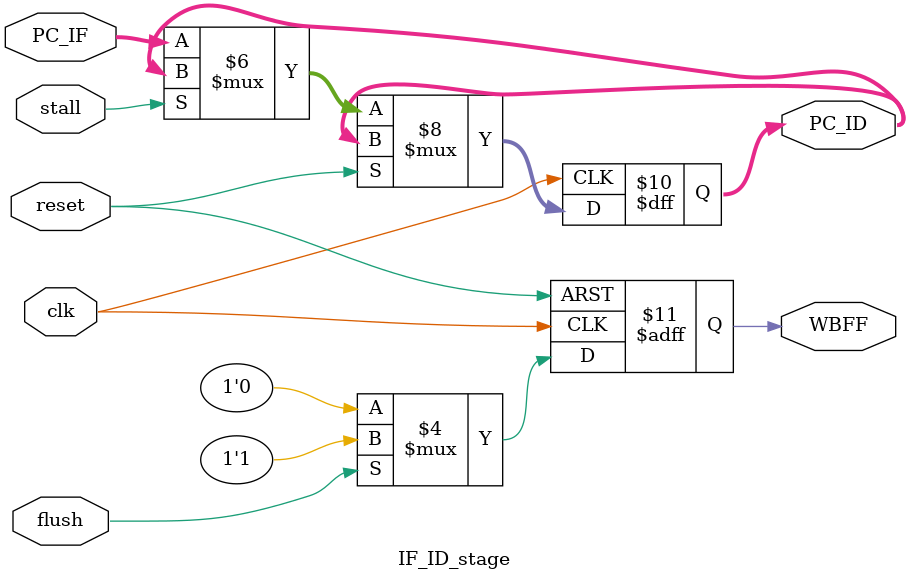
<source format=v>
`timescale 1ns / 1ps


module IF_ID_stage(
    input clk,
    input reset,
    input stall,
    input flush,
    input [31:0] PC_IF,
    output reg [31:0] PC_ID,
    output reg WBFF
    );
    
    always@(posedge clk or posedge reset) begin
        if (reset) begin
            WBFF <= 1;
        end else begin
            if (~stall) begin
                PC_ID <= PC_IF;
            end
            if (flush) begin
                WBFF <= 1;
            end else begin
                WBFF <= 0;
            end
        end
    end

endmodule

</source>
